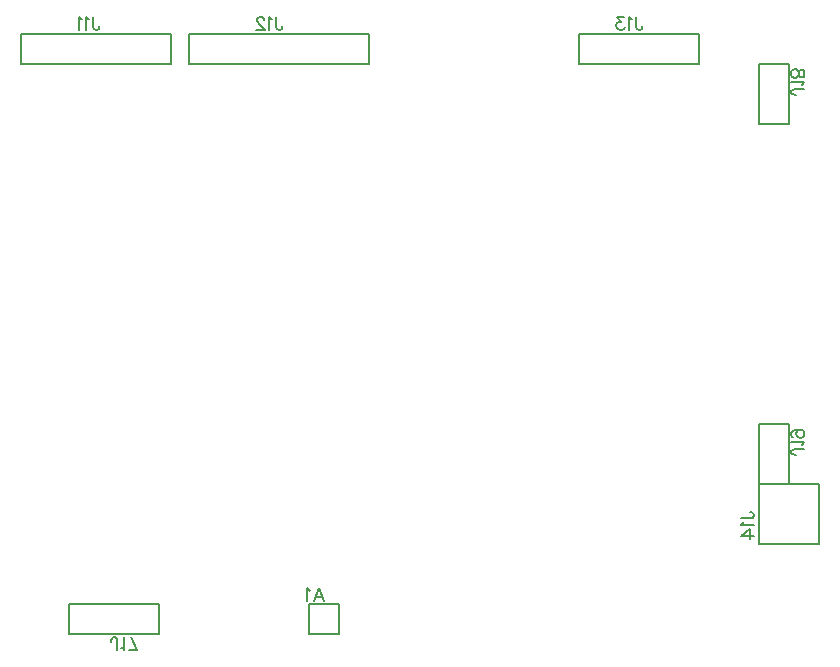
<source format=gbo>
G04 Layer: BottomSilkscreenLayer*
G04 EasyEDA v6.5.23, 2023-04-11 13:10:04*
G04 4efd93ceb8f34c36969e8f1cf74d4a79,5f8968b253fc4aed9fc2cb8881c97923,10*
G04 Gerber Generator version 0.2*
G04 Scale: 100 percent, Rotated: No, Reflected: No *
G04 Dimensions in inches *
G04 leading zeros omitted , absolute positions ,3 integer and 6 decimal *
%FSLAX36Y36*%
%MOIN*%

%ADD10C,0.0060*%
%ADD11C,0.0080*%
%ADD12C,0.0080*%

%LPD*%
D10*
X1429499Y2105399D02*
G01*
X1429499Y2072699D01*
X1431599Y2066500D01*
X1433599Y2064499D01*
X1437700Y2062500D01*
X1441800Y2062500D01*
X1445900Y2064499D01*
X1448000Y2066500D01*
X1450000Y2072699D01*
X1450000Y2076799D01*
X1416000Y2097199D02*
G01*
X1411999Y2099299D01*
X1405799Y2105399D01*
X1405799Y2062500D01*
X1392299Y2097199D02*
G01*
X1388199Y2099299D01*
X1382100Y2105399D01*
X1382100Y2062500D01*
X2183599Y201399D02*
G01*
X2200000Y158499D01*
X2183599Y201399D02*
G01*
X2167299Y158499D01*
X2193900Y172800D02*
G01*
X2173400Y172800D01*
X2153800Y193200D02*
G01*
X2149700Y195300D01*
X2143500Y201399D01*
X2143500Y158499D01*
X1510500Y-5399D02*
G01*
X1510500Y27300D01*
X1508400Y33499D01*
X1506400Y35500D01*
X1502299Y37500D01*
X1498199Y37500D01*
X1494099Y35500D01*
X1491999Y33499D01*
X1490000Y27300D01*
X1490000Y23200D01*
X1523999Y2800D02*
G01*
X1528000Y700D01*
X1534200Y-5399D01*
X1534200Y37500D01*
X1576300Y-5399D02*
G01*
X1555900Y37500D01*
X1547700Y-5399D02*
G01*
X1576300Y-5399D01*
X2039499Y2105399D02*
G01*
X2039499Y2072699D01*
X2041599Y2066500D01*
X2043599Y2064499D01*
X2047700Y2062500D01*
X2051800Y2062500D01*
X2055900Y2064499D01*
X2058000Y2066500D01*
X2060000Y2072699D01*
X2060000Y2076799D01*
X2026000Y2097199D02*
G01*
X2021999Y2099299D01*
X2015799Y2105399D01*
X2015799Y2062500D01*
X2000299Y2095199D02*
G01*
X2000299Y2097199D01*
X1998199Y2101300D01*
X1996199Y2103400D01*
X1992100Y2105399D01*
X1983900Y2105399D01*
X1979799Y2103400D01*
X1977799Y2101300D01*
X1975699Y2097199D01*
X1975699Y2093099D01*
X1977799Y2089000D01*
X1981899Y2082899D01*
X2002299Y2062500D01*
X1973699Y2062500D01*
X3239499Y2105399D02*
G01*
X3239499Y2072699D01*
X3241599Y2066500D01*
X3243599Y2064499D01*
X3247700Y2062500D01*
X3251800Y2062500D01*
X3255900Y2064499D01*
X3258000Y2066500D01*
X3260000Y2072699D01*
X3260000Y2076799D01*
X3226000Y2097199D02*
G01*
X3221999Y2099299D01*
X3215799Y2105399D01*
X3215799Y2062500D01*
X3198199Y2105399D02*
G01*
X3175699Y2105399D01*
X3188000Y2089000D01*
X3181899Y2089000D01*
X3177799Y2086999D01*
X3175699Y2085000D01*
X3173699Y2078800D01*
X3173699Y2074699D01*
X3175699Y2068600D01*
X3179799Y2064499D01*
X3186000Y2062500D01*
X3192100Y2062500D01*
X3198199Y2064499D01*
X3200299Y2066500D01*
X3202299Y2070599D01*
X3589600Y434499D02*
G01*
X3622299Y434499D01*
X3628500Y436599D01*
X3630500Y438600D01*
X3632500Y442699D01*
X3632500Y446799D01*
X3630500Y450900D01*
X3628500Y453000D01*
X3622299Y455000D01*
X3618199Y455000D01*
X3597799Y420999D02*
G01*
X3595699Y416999D01*
X3589600Y410799D01*
X3632500Y410799D01*
X3589600Y376900D02*
G01*
X3618199Y397300D01*
X3618199Y366599D01*
X3589600Y376900D02*
G01*
X3632500Y376900D01*
X3800399Y1865500D02*
G01*
X3767700Y1865500D01*
X3761499Y1863400D01*
X3759499Y1861399D01*
X3757500Y1857300D01*
X3757500Y1853200D01*
X3759499Y1849099D01*
X3761499Y1846999D01*
X3767700Y1845000D01*
X3771800Y1845000D01*
X3792200Y1879000D02*
G01*
X3794300Y1883000D01*
X3800399Y1889200D01*
X3757500Y1889200D01*
X3800399Y1912899D02*
G01*
X3798400Y1906799D01*
X3794300Y1904699D01*
X3790200Y1904699D01*
X3786099Y1906799D01*
X3783999Y1910900D01*
X3781999Y1919000D01*
X3780000Y1925199D01*
X3775900Y1929299D01*
X3771800Y1931300D01*
X3765600Y1931300D01*
X3761499Y1929299D01*
X3759499Y1927199D01*
X3757500Y1921100D01*
X3757500Y1912899D01*
X3759499Y1906799D01*
X3761499Y1904699D01*
X3765600Y1902699D01*
X3771800Y1902699D01*
X3775900Y1904699D01*
X3780000Y1908800D01*
X3781999Y1915000D01*
X3783999Y1923099D01*
X3786099Y1927199D01*
X3790200Y1929299D01*
X3794300Y1929299D01*
X3798400Y1927199D01*
X3800399Y1921100D01*
X3800399Y1912899D01*
X3800399Y665500D02*
G01*
X3767700Y665500D01*
X3761499Y663400D01*
X3759499Y661399D01*
X3757500Y657300D01*
X3757500Y653200D01*
X3759499Y649099D01*
X3761499Y646999D01*
X3767700Y645000D01*
X3771800Y645000D01*
X3792200Y679000D02*
G01*
X3794300Y683000D01*
X3800399Y689200D01*
X3757500Y689200D01*
X3786099Y729299D02*
G01*
X3780000Y727199D01*
X3775900Y723099D01*
X3773800Y716999D01*
X3773800Y715000D01*
X3775900Y708800D01*
X3780000Y704699D01*
X3786099Y702699D01*
X3788100Y702699D01*
X3794300Y704699D01*
X3798400Y708800D01*
X3800399Y715000D01*
X3800399Y716999D01*
X3798400Y723099D01*
X3794300Y727199D01*
X3786099Y729299D01*
X3775900Y729299D01*
X3765600Y727199D01*
X3759499Y723099D01*
X3757500Y716999D01*
X3757500Y712899D01*
X3759499Y706799D01*
X3763599Y704699D01*
D11*
X1615000Y2050000D02*
G01*
X1690000Y2050000D01*
X1690000Y1950000D01*
X1190000Y1950000D01*
X1190000Y2050000D01*
D12*
X1190000Y2050000D02*
G01*
X1615000Y2050000D01*
D11*
X2150000Y50000D02*
G01*
X2250000Y50000D01*
X2250000Y150000D01*
X2150000Y150000D01*
X2150000Y75000D01*
D12*
X2150000Y50000D02*
G01*
X2150000Y75000D01*
D11*
X1425000Y50000D02*
G01*
X1350000Y50000D01*
X1350000Y150000D01*
X1650000Y150000D01*
X1650000Y50000D01*
D12*
X1650000Y50000D02*
G01*
X1425000Y50000D01*
D11*
X2275000Y2050000D02*
G01*
X2350000Y2050000D01*
X2350000Y1950000D01*
X1750000Y1950000D01*
X1750000Y2050000D01*
D12*
X1750000Y2050000D02*
G01*
X2275000Y2050000D01*
D11*
X3050000Y2050000D02*
G01*
X3050000Y1950000D01*
X3450000Y1950000D01*
X3450000Y2050000D01*
X3375000Y2050000D01*
D12*
X3050000Y2050000D02*
G01*
X3375000Y2050000D01*
D11*
X3650000Y350000D02*
G01*
X3850000Y350000D01*
X3850000Y550000D01*
X3650000Y550000D01*
X3650000Y350000D01*
D12*
X3750000Y1950000D02*
G01*
X3750000Y1825000D01*
D11*
X3750000Y1950000D02*
G01*
X3650000Y1950000D01*
X3650000Y1750000D01*
X3750000Y1750000D01*
X3750000Y1825000D01*
D12*
X3750000Y750000D02*
G01*
X3750000Y625000D01*
D11*
X3750000Y750000D02*
G01*
X3650000Y750000D01*
X3650000Y550000D01*
X3750000Y550000D01*
X3750000Y625000D01*
M02*

</source>
